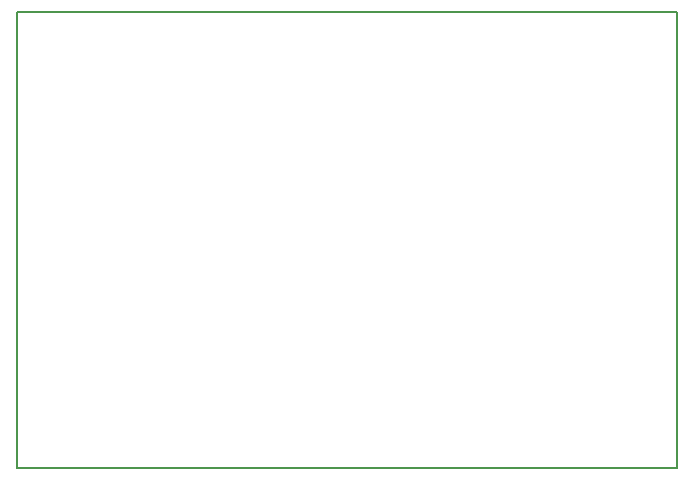
<source format=gbr>
G04 #@! TF.GenerationSoftware,KiCad,Pcbnew,(5.0.0-3-g5ebb6b6)*
G04 #@! TF.CreationDate,2018-10-06T14:24:39-07:00*
G04 #@! TF.ProjectId,Mega Amp,4D65676120416D702E6B696361645F70,v0*
G04 #@! TF.SameCoordinates,Original*
G04 #@! TF.FileFunction,Profile,NP*
%FSLAX46Y46*%
G04 Gerber Fmt 4.6, Leading zero omitted, Abs format (unit mm)*
G04 Created by KiCad (PCBNEW (5.0.0-3-g5ebb6b6)) date Saturday, October 06, 2018 at 02:24:39 PM*
%MOMM*%
%LPD*%
G01*
G04 APERTURE LIST*
%ADD10C,0.150000*%
G04 APERTURE END LIST*
D10*
X76708000Y-79502000D02*
X132588000Y-79502000D01*
X76708000Y-118110000D02*
X76708000Y-79502000D01*
X132588000Y-118110000D02*
X76708000Y-118110000D01*
X132588000Y-79502000D02*
X132588000Y-118110000D01*
M02*

</source>
